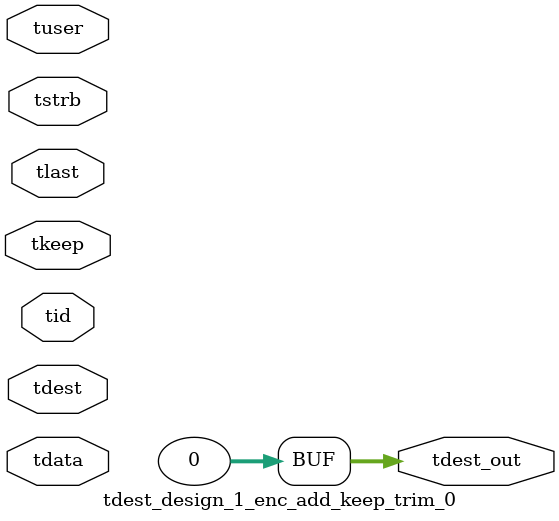
<source format=v>


`timescale 1ps/1ps

module tdest_design_1_enc_add_keep_trim_0 #
(
parameter C_S_AXIS_TDATA_WIDTH = 32,
parameter C_S_AXIS_TUSER_WIDTH = 0,
parameter C_S_AXIS_TID_WIDTH   = 0,
parameter C_S_AXIS_TDEST_WIDTH = 0,
parameter C_M_AXIS_TDEST_WIDTH = 32
)
(
input  [(C_S_AXIS_TDATA_WIDTH == 0 ? 1 : C_S_AXIS_TDATA_WIDTH)-1:0     ] tdata,
input  [(C_S_AXIS_TUSER_WIDTH == 0 ? 1 : C_S_AXIS_TUSER_WIDTH)-1:0     ] tuser,
input  [(C_S_AXIS_TID_WIDTH   == 0 ? 1 : C_S_AXIS_TID_WIDTH)-1:0       ] tid,
input  [(C_S_AXIS_TDEST_WIDTH == 0 ? 1 : C_S_AXIS_TDEST_WIDTH)-1:0     ] tdest,
input  [(C_S_AXIS_TDATA_WIDTH/8)-1:0 ] tkeep,
input  [(C_S_AXIS_TDATA_WIDTH/8)-1:0 ] tstrb,
input                                                                    tlast,
output [C_M_AXIS_TDEST_WIDTH-1:0] tdest_out
);

assign tdest_out = {1'b0};

endmodule


</source>
